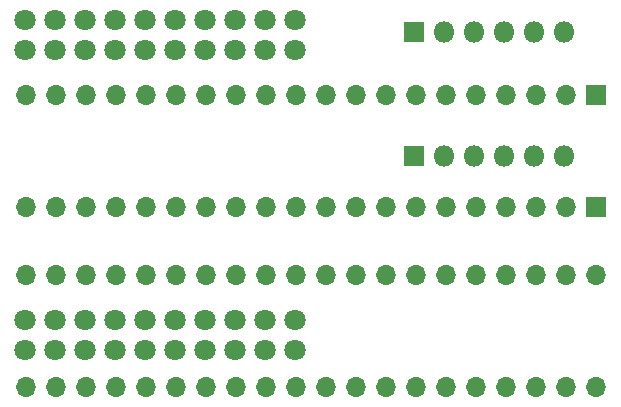
<source format=gbs>
G04 #@! TF.GenerationSoftware,KiCad,Pcbnew,(5.1.6)-1*
G04 #@! TF.CreationDate,2021-12-03T11:20:38+02:00*
G04 #@! TF.ProjectId,df_stacked,64665f73-7461-4636-9b65-642e6b696361,rev?*
G04 #@! TF.SameCoordinates,Original*
G04 #@! TF.FileFunction,Soldermask,Bot*
G04 #@! TF.FilePolarity,Negative*
%FSLAX46Y46*%
G04 Gerber Fmt 4.6, Leading zero omitted, Abs format (unit mm)*
G04 Created by KiCad (PCBNEW (5.1.6)-1) date 2021-12-03 11:20:38*
%MOMM*%
%LPD*%
G01*
G04 APERTURE LIST*
%ADD10C,1.800000*%
%ADD11O,1.700000X1.700000*%
%ADD12R,1.700000X1.700000*%
%ADD13O,1.800000X1.800000*%
%ADD14R,1.800000X1.800000*%
G04 APERTURE END LIST*
D10*
X152070000Y-110330000D03*
X152070000Y-112870000D03*
X154610000Y-112870000D03*
X154610000Y-110330000D03*
X157150000Y-112870000D03*
X157150000Y-110330000D03*
X159690000Y-112870000D03*
X159690000Y-110330000D03*
X162230000Y-112870000D03*
X162230000Y-110330000D03*
X164770000Y-112870000D03*
X164770000Y-110330000D03*
X167310000Y-112870000D03*
X167310000Y-110330000D03*
X169850000Y-112870000D03*
X169850000Y-110330000D03*
X172390000Y-112870000D03*
X172390000Y-110330000D03*
X174930000Y-112870000D03*
X174930000Y-110330000D03*
X152070000Y-87470000D03*
X152070000Y-84930000D03*
X154610000Y-87470000D03*
X154610000Y-84930000D03*
X157150000Y-87470000D03*
X157150000Y-84930000D03*
X159690000Y-87470000D03*
X159690000Y-84930000D03*
X162230000Y-87470000D03*
X162230000Y-84930000D03*
X164770000Y-87470000D03*
X164770000Y-84930000D03*
X167310000Y-87470000D03*
X167310000Y-84930000D03*
X169850000Y-87470000D03*
X169850000Y-84930000D03*
X172390000Y-87470000D03*
X172390000Y-84930000D03*
X174930000Y-87470000D03*
X174930000Y-84930000D03*
D11*
X200340000Y-106500000D03*
X152080000Y-91260000D03*
X197800000Y-106500000D03*
X154620000Y-91260000D03*
X195260000Y-106500000D03*
X157160000Y-91260000D03*
X192720000Y-106500000D03*
X159700000Y-91260000D03*
X190180000Y-106500000D03*
X162240000Y-91260000D03*
X187640000Y-106500000D03*
X164780000Y-91260000D03*
X185100000Y-106500000D03*
X167320000Y-91260000D03*
X182560000Y-106500000D03*
X169860000Y-91260000D03*
X180020000Y-106500000D03*
X172400000Y-91260000D03*
X177480000Y-106500000D03*
X174940000Y-91260000D03*
X174940000Y-106500000D03*
X177480000Y-91260000D03*
X172400000Y-106500000D03*
X180020000Y-91260000D03*
X169860000Y-106500000D03*
X182560000Y-91260000D03*
X167320000Y-106500000D03*
X185100000Y-91260000D03*
X164780000Y-106500000D03*
X187640000Y-91260000D03*
X162240000Y-106500000D03*
X190180000Y-91260000D03*
X159700000Y-106500000D03*
X192720000Y-91260000D03*
X157160000Y-106500000D03*
X195260000Y-91260000D03*
X154620000Y-106500000D03*
X197800000Y-91260000D03*
X152080000Y-106500000D03*
D12*
X200340000Y-91260000D03*
D11*
X200400000Y-116040000D03*
X152140000Y-100800000D03*
X197860000Y-116040000D03*
X154680000Y-100800000D03*
X195320000Y-116040000D03*
X157220000Y-100800000D03*
X192780000Y-116040000D03*
X159760000Y-100800000D03*
X190240000Y-116040000D03*
X162300000Y-100800000D03*
X187700000Y-116040000D03*
X164840000Y-100800000D03*
X185160000Y-116040000D03*
X167380000Y-100800000D03*
X182620000Y-116040000D03*
X169920000Y-100800000D03*
X180080000Y-116040000D03*
X172460000Y-100800000D03*
X177540000Y-116040000D03*
X175000000Y-100800000D03*
X175000000Y-116040000D03*
X177540000Y-100800000D03*
X172460000Y-116040000D03*
X180080000Y-100800000D03*
X169920000Y-116040000D03*
X182620000Y-100800000D03*
X167380000Y-116040000D03*
X185160000Y-100800000D03*
X164840000Y-116040000D03*
X187700000Y-100800000D03*
X162300000Y-116040000D03*
X190240000Y-100800000D03*
X159760000Y-116040000D03*
X192780000Y-100800000D03*
X157220000Y-116040000D03*
X195320000Y-100800000D03*
X154680000Y-116040000D03*
X197860000Y-100800000D03*
X152140000Y-116040000D03*
D12*
X200400000Y-100800000D03*
D13*
X195160000Y-96500000D03*
X197700000Y-96500000D03*
X192620000Y-96500000D03*
D14*
X185000000Y-96500000D03*
D13*
X190080000Y-96500000D03*
X187540000Y-96500000D03*
X197700000Y-86000000D03*
X195160000Y-86000000D03*
X192620000Y-86000000D03*
X190080000Y-86000000D03*
X187540000Y-86000000D03*
D14*
X185000000Y-86000000D03*
M02*

</source>
